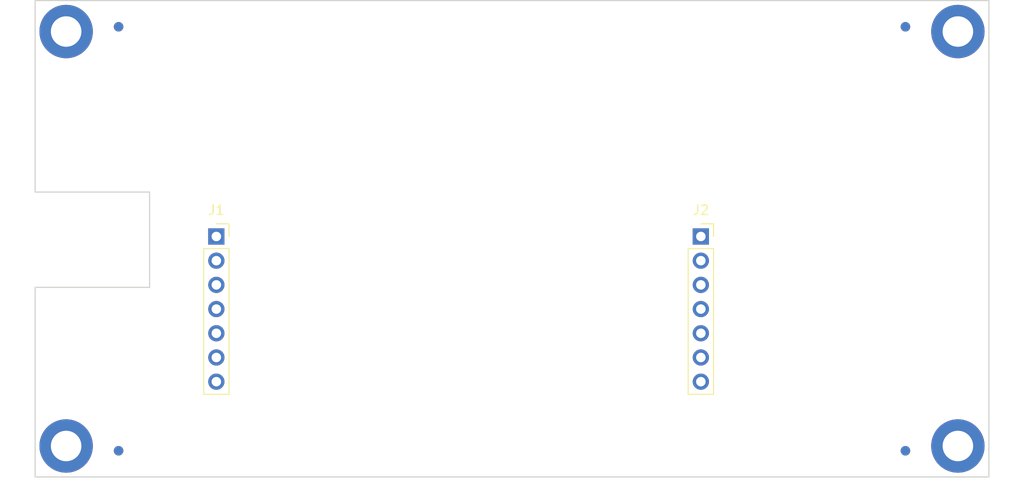
<source format=kicad_pcb>
(kicad_pcb (version 20221018) (generator pcbnew)
  (title_block (title "ED_addon_I2S") (date "2023-10-21") (rev "v1.0.0") (company "Maykol Rey"))
  (layers (0 "F.Cu" signal) (31 "B.Cu" signal) (34 "B.Paste" user) (35 "F.Paste" user) (36 "B.SilkS" user "B.Silkscreen") (37 "F.SilkS" user "F.Silkscreen") (38 "B.Mask" user) (39 "F.Mask" user) (44 "Edge.Cuts" user))
  (net 0 "")
  (net 1 "GND")
  (net 2 "+3V3")
  (net 3 "/WS_I2S")
  (net 4 "/DT_O_I2S")
  (net 5 "/CLK_I2S")
  (net 6 "/DT_I_I2S")
  (net 7 "/MCKL_I2S")
  (net 8 "+5V")
  (net 9 "/I04")
  (net 10 "/I026")
  (net 11 "/I012")
  (net 12 "/I033")
  (footprint "MountingHole:MountingHole_3.2mm_M3_DIN965_Pad" (layer "F.Cu") (at 197.9 117.7)
    (fp_text reference "H2" hide)
    (fp_text value "MountingHole_Pad")
    (pad "1" thru_hole circle locked (at 0 0) (size 5.6 5.6) (drill 3.2) (layers "*.Cu" "*.Mask") (net 1 "GND"))
  )
  (footprint "MountingHole:MountingHole_3.2mm_M3_DIN965_Pad" (layer "F.Cu") (at 104.4 117.7)
    (fp_text reference "H1" hide)
    (fp_text value "MountingHole_Pad")
    (pad "1" thru_hole circle locked (at 0 0) (size 5.6 5.6) (drill 3.2) (layers "*.Cu" "*.Mask") (net 1 "GND"))
  )
  (footprint "MountingHole:MountingHole_3.2mm_M3_DIN965_Pad" (layer "F.Cu") (at 104.4 74.2)
    (fp_text reference "H4" hide)
    (fp_text value "MountingHole_Pad")
    (pad "1" thru_hole circle locked (at 0 0) (size 5.6 5.6) (drill 3.2) (layers "*.Cu" "*.Mask") (net 1 "GND"))
  )
  (footprint "Fiducial:Fiducial_1mm_Mask2mm" (layer "F.Cu") (at 109.9 118.2)
    (fp_text reference "FID7" hide)
    (fp_text value "Fiducial")
    (pad "" smd circle (at 0 0) (size 1 1) (layers "F.Cu" "F.Mask") (clearance 0.5))
  )
  (footprint "Fiducial:Fiducial_1mm_Mask2mm" (layer "F.Cu") (at 109.9 73.7)
    (fp_text reference "FID1" hide)
    (fp_text value "Fiducial")
    (pad "" smd circle (at 0 0) (size 1 1) (layers "F.Cu" "F.Mask") (clearance 0.5))
  )
  (footprint "Connector_PinSocket_2.54mm:PinSocket_1x07_P2.54mm_Vertical" (layer "F.Cu") (at 120.15 95.71)
    (fp_text reference "J1" (at 0 -2.77) (layer "F.SilkS"))
    (fp_text value "Conn_01x07_Socket")
    (fp_line (start -1.33 1.27) (end -1.33 16.57) (stroke (width 0.12)) (layer "F.SilkS"))
    (fp_line (start -1.33 1.27) (end 1.33 1.27) (stroke (width 0.12)) (layer "F.SilkS"))
    (fp_line (start -1.33 16.57) (end 1.33 16.57) (stroke (width 0.12)) (layer "F.SilkS"))
    (fp_line (start 0 -1.33) (end 1.33 -1.33) (stroke (width 0.12)) (layer "F.SilkS"))
    (fp_line (start 1.33 -1.33) (end 1.33 0) (stroke (width 0.12)) (layer "F.SilkS"))
    (fp_line (start 1.33 1.27) (end 1.33 16.57) (stroke (width 0.12)) (layer "F.SilkS"))
    (pad "1" thru_hole rect locked (at 0 0) (size 1.7 1.7) (drill 1) (layers "*.Cu" "*.Mask") (net 8 "+5V"))
    (pad "2" thru_hole oval locked (at 0 2.54) (size 1.7 1.7) (drill 1) (layers "*.Cu" "*.Mask") (net 2 "+3V3"))
    (pad "3" thru_hole oval locked (at 0 5.08) (size 1.7 1.7) (drill 1) (layers "*.Cu" "*.Mask") (net 9 "/I04"))
    (pad "4" thru_hole oval locked (at 0 7.62) (size 1.7 1.7) (drill 1) (layers "*.Cu" "*.Mask") (net 10 "/I026"))
    (pad "5" thru_hole oval locked (at 0 10.16) (size 1.7 1.7) (drill 1) (layers "*.Cu" "*.Mask") (net 11 "/I012"))
    (pad "6" thru_hole oval locked (at 0 12.7) (size 1.7 1.7) (drill 1) (layers "*.Cu" "*.Mask") (net 12 "/I033"))
    (pad "7" thru_hole oval locked (at 0 15.24) (size 1.7 1.7) (drill 1) (layers "*.Cu" "*.Mask") (net 1 "GND"))
  )
  (footprint "Connector_PinSocket_2.54mm:PinSocket_1x07_P2.54mm_Vertical" (layer "F.Cu") (at 170.95 95.71)
    (fp_text reference "J2" (at 0 -2.77) (layer "F.SilkS"))
    (fp_text value "Conn_01x07_Socket")
    (fp_line (start -1.33 1.27) (end -1.33 16.57) (stroke (width 0.12)) (layer "F.SilkS"))
    (fp_line (start -1.33 1.27) (end 1.33 1.27) (stroke (width 0.12)) (layer "F.SilkS"))
    (fp_line (start -1.33 16.57) (end 1.33 16.57) (stroke (width 0.12)) (layer "F.SilkS"))
    (fp_line (start 0 -1.33) (end 1.33 -1.33) (stroke (width 0.12)) (layer "F.SilkS"))
    (fp_line (start 1.33 -1.33) (end 1.33 0) (stroke (width 0.12)) (layer "F.SilkS"))
    (fp_line (start 1.33 1.27) (end 1.33 16.57) (stroke (width 0.12)) (layer "F.SilkS"))
    (pad "1" thru_hole rect locked (at 0 0) (size 1.7 1.7) (drill 1) (layers "*.Cu" "*.Mask") (net 7 "/MCKL_I2S"))
    (pad "2" thru_hole oval locked (at 0 2.54) (size 1.7 1.7) (drill 1) (layers "*.Cu" "*.Mask") (net 6 "/DT_I_I2S"))
    (pad "3" thru_hole oval locked (at 0 5.08) (size 1.7 1.7) (drill 1) (layers "*.Cu" "*.Mask") (net 5 "/CLK_I2S"))
    (pad "4" thru_hole oval locked (at 0 7.62) (size 1.7 1.7) (drill 1) (layers "*.Cu" "*.Mask") (net 4 "/DT_O_I2S"))
    (pad "5" thru_hole oval locked (at 0 10.16) (size 1.7 1.7) (drill 1) (layers "*.Cu" "*.Mask") (net 3 "/WS_I2S"))
    (pad "6" thru_hole oval locked (at 0 12.7) (size 1.7 1.7) (drill 1) (layers "*.Cu" "*.Mask") (net 2 "+3V3"))
    (pad "7" thru_hole oval locked (at 0 15.24) (size 1.7 1.7) (drill 1) (layers "*.Cu" "*.Mask") (net 1 "GND"))
  )
  (footprint "Fiducial:Fiducial_1mm_Mask2mm" (layer "F.Cu") (at 192.4 118.2)
    (fp_text reference "FID2" hide)
    (fp_text value "Fiducial")
    (pad "" smd circle (at 0 0) (size 1 1) (layers "F.Cu" "F.Mask") (clearance 0.5))
  )
  (footprint "MountingHole:MountingHole_3.2mm_M3_DIN965_Pad" (layer "F.Cu") (at 197.9 74.2)
    (fp_text reference "H3" hide)
    (fp_text value "MountingHole_Pad")
    (pad "1" thru_hole circle locked (at 0 0) (size 5.6 5.6) (drill 3.2) (layers "*.Cu" "*.Mask") (net 1 "GND"))
  )
  (footprint "Fiducial:Fiducial_1mm_Mask2mm" (layer "F.Cu") (at 192.4 73.7)
    (fp_text reference "FID3" hide)
    (fp_text value "Fiducial")
    (pad "" smd circle (at 0 0) (size 1 1) (layers "F.Cu" "F.Mask") (clearance 0.5))
  )
  (footprint "Fiducial:Fiducial_1mm_Mask2mm" (layer "B.Cu") (at 192.4 118.2 180)
    (fp_text reference "FID6" hide)
    (fp_text value "Fiducial")
    (pad "" smd circle (at 0 0 180) (size 1 1) (layers "B.Cu" "B.Mask") (clearance 0.5))
  )
  (footprint "Fiducial:Fiducial_1mm_Mask2mm" (layer "B.Cu") (at 192.4 73.7 180)
    (fp_text reference "FID8" hide)
    (fp_text value "Fiducial")
    (pad "" smd circle (at 0 0 180) (size 1 1) (layers "B.Cu" "B.Mask") (clearance 0.5))
  )
  (footprint "Fiducial:Fiducial_1mm_Mask2mm" (layer "B.Cu") (at 109.9 118.2 180)
    (fp_text reference "FID4" hide)
    (fp_text value "Fiducial")
    (pad "" smd circle (at 0 0 180) (size 1 1) (layers "B.Cu" "B.Mask") (clearance 0.5))
  )
  (footprint "Fiducial:Fiducial_1mm_Mask2mm" (layer "B.Cu") (at 109.9 73.7 180)
    (fp_text reference "FID5" hide)
    (fp_text value "Fiducial")
    (pad "" smd circle (at 0 0 180) (size 1 1) (layers "B.Cu" "B.Mask") (clearance 0.5))
  )
  (gr_line locked (start 101.15 70.95) (end 201.15 70.95) (stroke (width 0.12)) (layer "Edge.Cuts"))
  (gr_line locked (start 113.15 101.05) (end 101.15 101.05) (stroke (width 0.12)) (layer "Edge.Cuts"))
  (gr_line locked (start 201.15 70.95) (end 201.15 120.95) (stroke (width 0.12)) (layer "Edge.Cuts"))
  (gr_line locked (start 101.15 120.95) (end 101.15 101.05) (stroke (width 0.12)) (layer "Edge.Cuts"))
  (gr_line locked (start 101.15 91.05) (end 101.15 70.95) (stroke (width 0.12)) (layer "Edge.Cuts"))
  (gr_line locked (start 201.15 120.95) (end 101.15 120.95) (stroke (width 0.12)) (layer "Edge.Cuts"))
  (gr_line locked (start 113.15 91.05) (end 113.15 101.05) (stroke (width 0.12)) (layer "Edge.Cuts"))
  (gr_line locked (start 101.15 91.05) (end 113.15 91.05) (stroke (width 0.12)) (layer "Edge.Cuts"))
)
</source>
